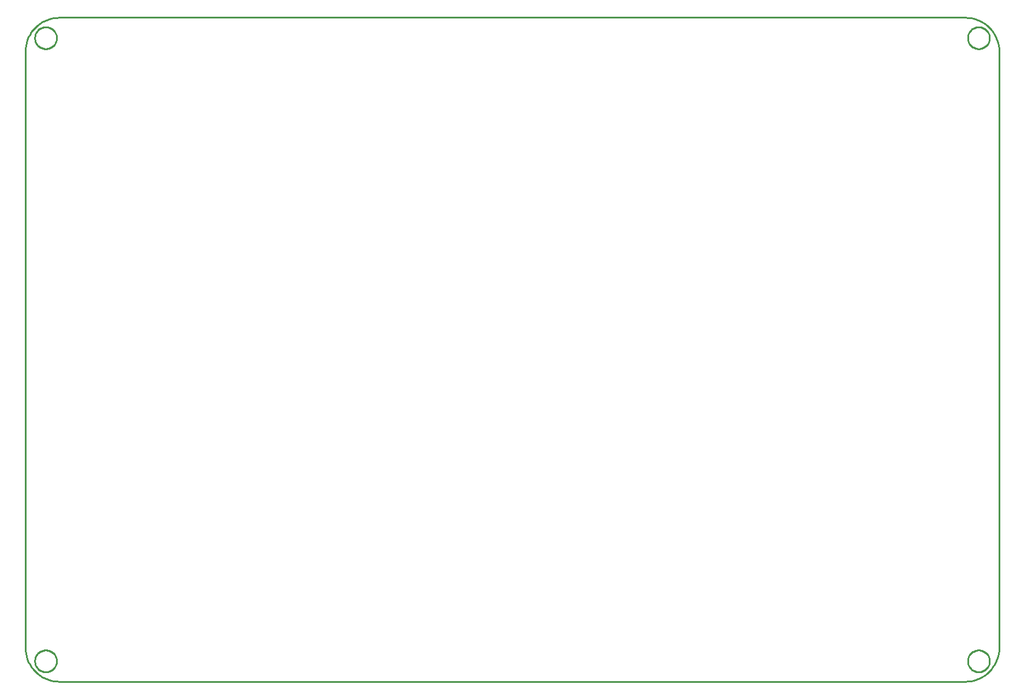
<source format=gbr>
G04 EAGLE Gerber RS-274X export*
G75*
%MOMM*%
%FSLAX34Y34*%
%LPD*%
%IN*%
%IPPOS*%
%AMOC8*
5,1,8,0,0,1.08239X$1,22.5*%
G01*
%ADD10C,0.254000*%


D10*
X0Y50000D02*
X190Y45642D01*
X760Y41318D01*
X1704Y37059D01*
X3015Y32899D01*
X4685Y28869D01*
X6699Y25000D01*
X9042Y21321D01*
X11698Y17861D01*
X14645Y14645D01*
X17861Y11698D01*
X21321Y9042D01*
X25000Y6699D01*
X28869Y4685D01*
X32899Y3015D01*
X37059Y1704D01*
X41318Y760D01*
X45642Y190D01*
X50000Y0D01*
X1377600Y0D01*
X1381958Y190D01*
X1386282Y760D01*
X1390541Y1704D01*
X1394701Y3015D01*
X1398731Y4685D01*
X1402600Y6699D01*
X1406279Y9042D01*
X1409739Y11698D01*
X1412955Y14645D01*
X1415902Y17861D01*
X1418558Y21321D01*
X1420901Y25000D01*
X1422915Y28869D01*
X1424585Y32899D01*
X1425896Y37059D01*
X1426840Y41318D01*
X1427410Y45642D01*
X1427600Y50000D01*
X1427600Y924800D01*
X1427410Y929158D01*
X1426840Y933482D01*
X1425896Y937741D01*
X1424585Y941901D01*
X1422915Y945931D01*
X1420901Y949800D01*
X1418558Y953479D01*
X1415902Y956939D01*
X1412955Y960155D01*
X1409739Y963102D01*
X1406279Y965758D01*
X1402600Y968101D01*
X1398731Y970115D01*
X1394701Y971785D01*
X1390541Y973096D01*
X1386282Y974040D01*
X1381958Y974610D01*
X1377600Y974800D01*
X50000Y974800D01*
X45642Y974610D01*
X41318Y974040D01*
X37059Y973096D01*
X32899Y971785D01*
X28869Y970115D01*
X25000Y968101D01*
X21321Y965758D01*
X17861Y963102D01*
X14645Y960155D01*
X11698Y956939D01*
X9042Y953479D01*
X6699Y949800D01*
X4685Y945931D01*
X3015Y941901D01*
X1704Y937741D01*
X760Y933482D01*
X190Y929158D01*
X0Y924800D01*
X0Y50000D01*
X46000Y944276D02*
X45932Y943231D01*
X45795Y942192D01*
X45590Y941165D01*
X45319Y940153D01*
X44983Y939161D01*
X44582Y938193D01*
X44118Y937254D01*
X43595Y936346D01*
X43013Y935475D01*
X42375Y934644D01*
X41684Y933857D01*
X40943Y933116D01*
X40156Y932425D01*
X39325Y931788D01*
X38454Y931206D01*
X37546Y930682D01*
X36607Y930218D01*
X35639Y929817D01*
X34647Y929481D01*
X33635Y929210D01*
X32608Y929005D01*
X31569Y928869D01*
X30524Y928800D01*
X29476Y928800D01*
X28431Y928869D01*
X27392Y929005D01*
X26365Y929210D01*
X25353Y929481D01*
X24361Y929817D01*
X23393Y930218D01*
X22454Y930682D01*
X21546Y931206D01*
X20675Y931788D01*
X19844Y932425D01*
X19057Y933116D01*
X18316Y933857D01*
X17625Y934644D01*
X16988Y935475D01*
X16406Y936346D01*
X15882Y937254D01*
X15418Y938193D01*
X15017Y939161D01*
X14681Y940153D01*
X14410Y941165D01*
X14205Y942192D01*
X14069Y943231D01*
X14000Y944276D01*
X14000Y945324D01*
X14069Y946369D01*
X14205Y947408D01*
X14410Y948435D01*
X14681Y949447D01*
X15017Y950439D01*
X15418Y951407D01*
X15882Y952346D01*
X16406Y953254D01*
X16988Y954125D01*
X17625Y954956D01*
X18316Y955743D01*
X19057Y956484D01*
X19844Y957175D01*
X20675Y957813D01*
X21546Y958395D01*
X22454Y958918D01*
X23393Y959382D01*
X24361Y959783D01*
X25353Y960119D01*
X26365Y960390D01*
X27392Y960595D01*
X28431Y960732D01*
X29476Y960800D01*
X30524Y960800D01*
X31569Y960732D01*
X32608Y960595D01*
X33635Y960390D01*
X34647Y960119D01*
X35639Y959783D01*
X36607Y959382D01*
X37546Y958918D01*
X38454Y958395D01*
X39325Y957813D01*
X40156Y957175D01*
X40943Y956484D01*
X41684Y955743D01*
X42375Y954956D01*
X43013Y954125D01*
X43595Y953254D01*
X44118Y952346D01*
X44582Y951407D01*
X44983Y950439D01*
X45319Y949447D01*
X45590Y948435D01*
X45795Y947408D01*
X45932Y946369D01*
X46000Y945324D01*
X46000Y944276D01*
X1413600Y944276D02*
X1413532Y943231D01*
X1413395Y942192D01*
X1413190Y941165D01*
X1412919Y940153D01*
X1412583Y939161D01*
X1412182Y938193D01*
X1411718Y937254D01*
X1411195Y936346D01*
X1410613Y935475D01*
X1409975Y934644D01*
X1409284Y933857D01*
X1408543Y933116D01*
X1407756Y932425D01*
X1406925Y931788D01*
X1406054Y931206D01*
X1405146Y930682D01*
X1404207Y930218D01*
X1403239Y929817D01*
X1402247Y929481D01*
X1401235Y929210D01*
X1400208Y929005D01*
X1399169Y928869D01*
X1398124Y928800D01*
X1397076Y928800D01*
X1396031Y928869D01*
X1394992Y929005D01*
X1393965Y929210D01*
X1392953Y929481D01*
X1391961Y929817D01*
X1390993Y930218D01*
X1390054Y930682D01*
X1389146Y931206D01*
X1388275Y931788D01*
X1387444Y932425D01*
X1386657Y933116D01*
X1385916Y933857D01*
X1385225Y934644D01*
X1384588Y935475D01*
X1384006Y936346D01*
X1383482Y937254D01*
X1383018Y938193D01*
X1382617Y939161D01*
X1382281Y940153D01*
X1382010Y941165D01*
X1381805Y942192D01*
X1381669Y943231D01*
X1381600Y944276D01*
X1381600Y945324D01*
X1381669Y946369D01*
X1381805Y947408D01*
X1382010Y948435D01*
X1382281Y949447D01*
X1382617Y950439D01*
X1383018Y951407D01*
X1383482Y952346D01*
X1384006Y953254D01*
X1384588Y954125D01*
X1385225Y954956D01*
X1385916Y955743D01*
X1386657Y956484D01*
X1387444Y957175D01*
X1388275Y957813D01*
X1389146Y958395D01*
X1390054Y958918D01*
X1390993Y959382D01*
X1391961Y959783D01*
X1392953Y960119D01*
X1393965Y960390D01*
X1394992Y960595D01*
X1396031Y960732D01*
X1397076Y960800D01*
X1398124Y960800D01*
X1399169Y960732D01*
X1400208Y960595D01*
X1401235Y960390D01*
X1402247Y960119D01*
X1403239Y959783D01*
X1404207Y959382D01*
X1405146Y958918D01*
X1406054Y958395D01*
X1406925Y957813D01*
X1407756Y957175D01*
X1408543Y956484D01*
X1409284Y955743D01*
X1409975Y954956D01*
X1410613Y954125D01*
X1411195Y953254D01*
X1411718Y952346D01*
X1412182Y951407D01*
X1412583Y950439D01*
X1412919Y949447D01*
X1413190Y948435D01*
X1413395Y947408D01*
X1413532Y946369D01*
X1413600Y945324D01*
X1413600Y944276D01*
X1413600Y29476D02*
X1413532Y28431D01*
X1413395Y27392D01*
X1413190Y26365D01*
X1412919Y25353D01*
X1412583Y24361D01*
X1412182Y23393D01*
X1411718Y22454D01*
X1411195Y21546D01*
X1410613Y20675D01*
X1409975Y19844D01*
X1409284Y19057D01*
X1408543Y18316D01*
X1407756Y17625D01*
X1406925Y16988D01*
X1406054Y16406D01*
X1405146Y15882D01*
X1404207Y15418D01*
X1403239Y15017D01*
X1402247Y14681D01*
X1401235Y14410D01*
X1400208Y14205D01*
X1399169Y14069D01*
X1398124Y14000D01*
X1397076Y14000D01*
X1396031Y14069D01*
X1394992Y14205D01*
X1393965Y14410D01*
X1392953Y14681D01*
X1391961Y15017D01*
X1390993Y15418D01*
X1390054Y15882D01*
X1389146Y16406D01*
X1388275Y16988D01*
X1387444Y17625D01*
X1386657Y18316D01*
X1385916Y19057D01*
X1385225Y19844D01*
X1384588Y20675D01*
X1384006Y21546D01*
X1383482Y22454D01*
X1383018Y23393D01*
X1382617Y24361D01*
X1382281Y25353D01*
X1382010Y26365D01*
X1381805Y27392D01*
X1381669Y28431D01*
X1381600Y29476D01*
X1381600Y30524D01*
X1381669Y31569D01*
X1381805Y32608D01*
X1382010Y33635D01*
X1382281Y34647D01*
X1382617Y35639D01*
X1383018Y36607D01*
X1383482Y37546D01*
X1384006Y38454D01*
X1384588Y39325D01*
X1385225Y40156D01*
X1385916Y40943D01*
X1386657Y41684D01*
X1387444Y42375D01*
X1388275Y43013D01*
X1389146Y43595D01*
X1390054Y44118D01*
X1390993Y44582D01*
X1391961Y44983D01*
X1392953Y45319D01*
X1393965Y45590D01*
X1394992Y45795D01*
X1396031Y45932D01*
X1397076Y46000D01*
X1398124Y46000D01*
X1399169Y45932D01*
X1400208Y45795D01*
X1401235Y45590D01*
X1402247Y45319D01*
X1403239Y44983D01*
X1404207Y44582D01*
X1405146Y44118D01*
X1406054Y43595D01*
X1406925Y43013D01*
X1407756Y42375D01*
X1408543Y41684D01*
X1409284Y40943D01*
X1409975Y40156D01*
X1410613Y39325D01*
X1411195Y38454D01*
X1411718Y37546D01*
X1412182Y36607D01*
X1412583Y35639D01*
X1412919Y34647D01*
X1413190Y33635D01*
X1413395Y32608D01*
X1413532Y31569D01*
X1413600Y30524D01*
X1413600Y29476D01*
X46000Y29476D02*
X45932Y28431D01*
X45795Y27392D01*
X45590Y26365D01*
X45319Y25353D01*
X44983Y24361D01*
X44582Y23393D01*
X44118Y22454D01*
X43595Y21546D01*
X43013Y20675D01*
X42375Y19844D01*
X41684Y19057D01*
X40943Y18316D01*
X40156Y17625D01*
X39325Y16988D01*
X38454Y16406D01*
X37546Y15882D01*
X36607Y15418D01*
X35639Y15017D01*
X34647Y14681D01*
X33635Y14410D01*
X32608Y14205D01*
X31569Y14069D01*
X30524Y14000D01*
X29476Y14000D01*
X28431Y14069D01*
X27392Y14205D01*
X26365Y14410D01*
X25353Y14681D01*
X24361Y15017D01*
X23393Y15418D01*
X22454Y15882D01*
X21546Y16406D01*
X20675Y16988D01*
X19844Y17625D01*
X19057Y18316D01*
X18316Y19057D01*
X17625Y19844D01*
X16988Y20675D01*
X16406Y21546D01*
X15882Y22454D01*
X15418Y23393D01*
X15017Y24361D01*
X14681Y25353D01*
X14410Y26365D01*
X14205Y27392D01*
X14069Y28431D01*
X14000Y29476D01*
X14000Y30524D01*
X14069Y31569D01*
X14205Y32608D01*
X14410Y33635D01*
X14681Y34647D01*
X15017Y35639D01*
X15418Y36607D01*
X15882Y37546D01*
X16406Y38454D01*
X16988Y39325D01*
X17625Y40156D01*
X18316Y40943D01*
X19057Y41684D01*
X19844Y42375D01*
X20675Y43013D01*
X21546Y43595D01*
X22454Y44118D01*
X23393Y44582D01*
X24361Y44983D01*
X25353Y45319D01*
X26365Y45590D01*
X27392Y45795D01*
X28431Y45932D01*
X29476Y46000D01*
X30524Y46000D01*
X31569Y45932D01*
X32608Y45795D01*
X33635Y45590D01*
X34647Y45319D01*
X35639Y44983D01*
X36607Y44582D01*
X37546Y44118D01*
X38454Y43595D01*
X39325Y43013D01*
X40156Y42375D01*
X40943Y41684D01*
X41684Y40943D01*
X42375Y40156D01*
X43013Y39325D01*
X43595Y38454D01*
X44118Y37546D01*
X44582Y36607D01*
X44983Y35639D01*
X45319Y34647D01*
X45590Y33635D01*
X45795Y32608D01*
X45932Y31569D01*
X46000Y30524D01*
X46000Y29476D01*
M02*

</source>
